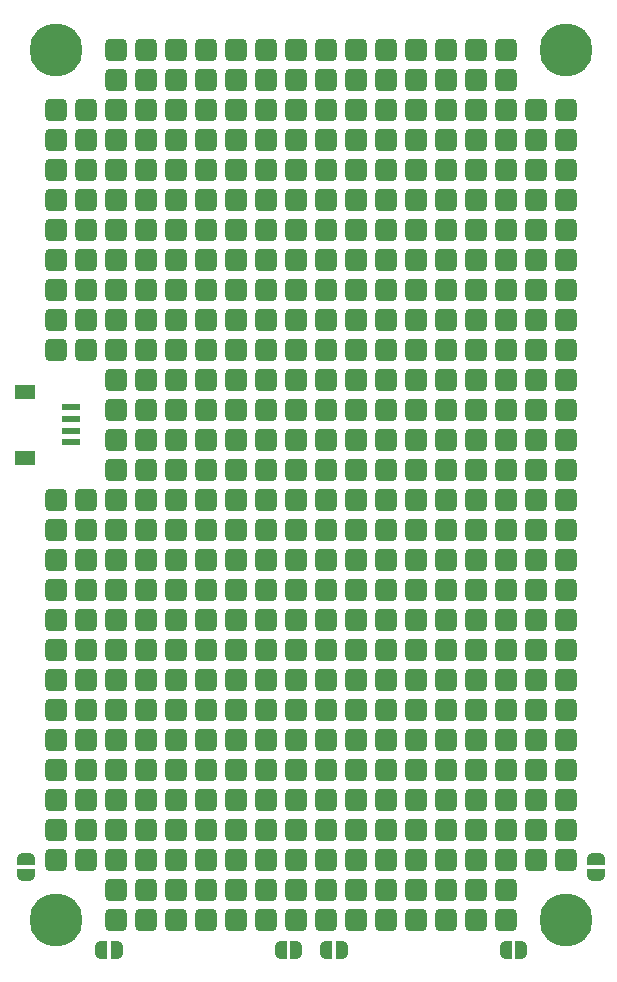
<source format=gbr>
%TF.GenerationSoftware,KiCad,Pcbnew,8.0.8*%
%TF.CreationDate,2025-08-24T09:26:37-04:00*%
%TF.ProjectId,project-protoboard,70726f6a-6563-4742-9d70-726f746f626f,rev?*%
%TF.SameCoordinates,Original*%
%TF.FileFunction,Soldermask,Top*%
%TF.FilePolarity,Negative*%
%FSLAX46Y46*%
G04 Gerber Fmt 4.6, Leading zero omitted, Abs format (unit mm)*
G04 Created by KiCad (PCBNEW 8.0.8) date 2025-08-24 09:26:37*
%MOMM*%
%LPD*%
G01*
G04 APERTURE LIST*
G04 Aperture macros list*
%AMRoundRect*
0 Rectangle with rounded corners*
0 $1 Rounding radius*
0 $2 $3 $4 $5 $6 $7 $8 $9 X,Y pos of 4 corners*
0 Add a 4 corners polygon primitive as box body*
4,1,4,$2,$3,$4,$5,$6,$7,$8,$9,$2,$3,0*
0 Add four circle primitives for the rounded corners*
1,1,$1+$1,$2,$3*
1,1,$1+$1,$4,$5*
1,1,$1+$1,$6,$7*
1,1,$1+$1,$8,$9*
0 Add four rect primitives between the rounded corners*
20,1,$1+$1,$2,$3,$4,$5,0*
20,1,$1+$1,$4,$5,$6,$7,0*
20,1,$1+$1,$6,$7,$8,$9,0*
20,1,$1+$1,$8,$9,$2,$3,0*%
%AMFreePoly0*
4,1,19,0.500000,-0.750000,0.000000,-0.750000,0.000000,-0.744911,-0.071157,-0.744911,-0.207708,-0.704816,-0.327430,-0.627875,-0.420627,-0.520320,-0.479746,-0.390866,-0.500000,-0.250000,-0.500000,0.250000,-0.479746,0.390866,-0.420627,0.520320,-0.327430,0.627875,-0.207708,0.704816,-0.071157,0.744911,0.000000,0.744911,0.000000,0.750000,0.500000,0.750000,0.500000,-0.750000,0.500000,-0.750000,
$1*%
%AMFreePoly1*
4,1,19,0.000000,0.744911,0.071157,0.744911,0.207708,0.704816,0.327430,0.627875,0.420627,0.520320,0.479746,0.390866,0.500000,0.250000,0.500000,-0.250000,0.479746,-0.390866,0.420627,-0.520320,0.327430,-0.627875,0.207708,-0.704816,0.071157,-0.744911,0.000000,-0.744911,0.000000,-0.750000,-0.500000,-0.750000,-0.500000,0.750000,0.000000,0.750000,0.000000,0.744911,0.000000,0.744911,
$1*%
G04 Aperture macros list end*
%ADD10RoundRect,0.475000X-0.475000X0.475000X-0.475000X-0.475000X0.475000X-0.475000X0.475000X0.475000X0*%
%ADD11RoundRect,0.475000X-0.475000X-0.475000X0.475000X-0.475000X0.475000X0.475000X-0.475000X0.475000X0*%
%ADD12RoundRect,0.475000X0.475000X0.475000X-0.475000X0.475000X-0.475000X-0.475000X0.475000X-0.475000X0*%
%ADD13FreePoly0,180.000000*%
%ADD14FreePoly1,180.000000*%
%ADD15C,4.500000*%
%ADD16R,1.550000X0.600000*%
%ADD17R,1.800000X1.200000*%
%ADD18FreePoly0,0.000000*%
%ADD19FreePoly1,0.000000*%
%ADD20FreePoly0,90.000000*%
%ADD21FreePoly1,90.000000*%
G04 APERTURE END LIST*
D10*
%TO.C,J9*%
X81280000Y-27940000D03*
X83820000Y-27940000D03*
X86360000Y-27940000D03*
X88900000Y-27940000D03*
X91440000Y-27940000D03*
X93980000Y-27940000D03*
%TD*%
D11*
%TO.C,J37*%
X96520000Y-96520000D03*
X96520000Y-93980000D03*
X96520000Y-91440000D03*
X96520000Y-88900000D03*
X96520000Y-86360000D03*
X96520000Y-83820000D03*
X96520000Y-81280000D03*
X96520000Y-78740000D03*
X96520000Y-76200000D03*
X96520000Y-73660000D03*
X96520000Y-71120000D03*
X96520000Y-68580000D03*
X96520000Y-66040000D03*
X96520000Y-63500000D03*
X96520000Y-60960000D03*
X96520000Y-58420000D03*
X96520000Y-55880000D03*
X96520000Y-53340000D03*
X96520000Y-50800000D03*
X96520000Y-48260000D03*
X96520000Y-45720000D03*
X96520000Y-43180000D03*
X96520000Y-40640000D03*
X96520000Y-38100000D03*
X96520000Y-35560000D03*
X96520000Y-33020000D03*
X96520000Y-30480000D03*
X96520000Y-27940000D03*
X96520000Y-25400000D03*
X96520000Y-22860000D03*
%TD*%
D12*
%TO.C,J70*%
X116840000Y-27940000D03*
X116840000Y-30480000D03*
X116840000Y-33020000D03*
X116840000Y-35560000D03*
X116840000Y-38100000D03*
X116840000Y-40640000D03*
X116840000Y-43180000D03*
X116840000Y-45720000D03*
X116840000Y-48260000D03*
X116840000Y-50800000D03*
X116840000Y-53340000D03*
X116840000Y-55880000D03*
X116840000Y-58420000D03*
X116840000Y-60960000D03*
X116840000Y-63500000D03*
X116840000Y-66040000D03*
X116840000Y-68580000D03*
X116840000Y-71120000D03*
X116840000Y-73660000D03*
X116840000Y-76200000D03*
X116840000Y-78740000D03*
X116840000Y-81280000D03*
X116840000Y-83820000D03*
X116840000Y-86360000D03*
X116840000Y-88900000D03*
X116840000Y-91440000D03*
%TD*%
D10*
%TO.C,J59*%
X101600000Y-73660000D03*
X104140000Y-73660000D03*
X106680000Y-73660000D03*
X109220000Y-73660000D03*
X111760000Y-73660000D03*
X114300000Y-73660000D03*
%TD*%
%TO.C,J24*%
X81280000Y-66040000D03*
X83820000Y-66040000D03*
X86360000Y-66040000D03*
X88900000Y-66040000D03*
X91440000Y-66040000D03*
X93980000Y-66040000D03*
%TD*%
D12*
%TO.C,J69*%
X119380000Y-27940000D03*
X119380000Y-30480000D03*
X119380000Y-33020000D03*
X119380000Y-35560000D03*
X119380000Y-38100000D03*
X119380000Y-40640000D03*
X119380000Y-43180000D03*
X119380000Y-45720000D03*
X119380000Y-48260000D03*
X119380000Y-50800000D03*
X119380000Y-53340000D03*
X119380000Y-55880000D03*
X119380000Y-58420000D03*
X119380000Y-60960000D03*
X119380000Y-63500000D03*
X119380000Y-66040000D03*
X119380000Y-68580000D03*
X119380000Y-71120000D03*
X119380000Y-73660000D03*
X119380000Y-76200000D03*
X119380000Y-78740000D03*
X119380000Y-81280000D03*
X119380000Y-83820000D03*
X119380000Y-86360000D03*
X119380000Y-88900000D03*
X119380000Y-91440000D03*
%TD*%
D13*
%TO.C,JP4*%
X100360000Y-99060000D03*
D14*
X99060000Y-99060000D03*
%TD*%
D10*
%TO.C,J44*%
X101600000Y-35560000D03*
X104140000Y-35560000D03*
X106680000Y-35560000D03*
X109220000Y-35560000D03*
X111760000Y-35560000D03*
X114300000Y-35560000D03*
%TD*%
%TO.C,J35*%
X81280000Y-93980000D03*
X83820000Y-93980000D03*
X86360000Y-93980000D03*
X88900000Y-93980000D03*
X91440000Y-93980000D03*
X93980000Y-93980000D03*
%TD*%
%TO.C,J17*%
X81280000Y-48260000D03*
X83820000Y-48260000D03*
X86360000Y-48260000D03*
X88900000Y-48260000D03*
X91440000Y-48260000D03*
X93980000Y-48260000D03*
%TD*%
D12*
%TO.C,J5*%
X76200000Y-27940000D03*
X76200000Y-30480000D03*
X76200000Y-33020000D03*
X76200000Y-35560000D03*
X76200000Y-38100000D03*
X76200000Y-40640000D03*
X76200000Y-43180000D03*
X76200000Y-45720000D03*
X76200000Y-48260000D03*
%TD*%
D10*
%TO.C,J30*%
X81280000Y-81280000D03*
X83820000Y-81280000D03*
X86360000Y-81280000D03*
X88900000Y-81280000D03*
X91440000Y-81280000D03*
X93980000Y-81280000D03*
%TD*%
D15*
%TO.C,H4*%
X119380000Y-96520000D03*
%TD*%
D10*
%TO.C,J66*%
X101600000Y-91440000D03*
X104140000Y-91440000D03*
X106680000Y-91440000D03*
X109220000Y-91440000D03*
X111760000Y-91440000D03*
X114300000Y-91440000D03*
%TD*%
%TO.C,J42*%
X101600000Y-30480000D03*
X104140000Y-30480000D03*
X106680000Y-30480000D03*
X109220000Y-30480000D03*
X111760000Y-30480000D03*
X114300000Y-30480000D03*
%TD*%
%TO.C,J55*%
X101600000Y-63500000D03*
X104140000Y-63500000D03*
X106680000Y-63500000D03*
X109220000Y-63500000D03*
X111760000Y-63500000D03*
X114300000Y-63500000D03*
%TD*%
%TO.C,J13*%
X81280000Y-38100000D03*
X83820000Y-38100000D03*
X86360000Y-38100000D03*
X88900000Y-38100000D03*
X91440000Y-38100000D03*
X93980000Y-38100000D03*
%TD*%
%TO.C,J36*%
X81280000Y-96520000D03*
X83820000Y-96520000D03*
X86360000Y-96520000D03*
X88900000Y-96520000D03*
X91440000Y-96520000D03*
X93980000Y-96520000D03*
%TD*%
%TO.C,J39*%
X101600000Y-22860000D03*
X104140000Y-22860000D03*
X106680000Y-22860000D03*
X109220000Y-22860000D03*
X111760000Y-22860000D03*
X114300000Y-22860000D03*
%TD*%
D16*
%TO.C,J1*%
X77438000Y-53110000D03*
X77438000Y-54110000D03*
X77438000Y-55110000D03*
X77438000Y-56110000D03*
D17*
X73563000Y-51810000D03*
X73563000Y-57410000D03*
%TD*%
D10*
%TO.C,J45*%
X101600000Y-38100000D03*
X104140000Y-38100000D03*
X106680000Y-38100000D03*
X109220000Y-38100000D03*
X111760000Y-38100000D03*
X114300000Y-38100000D03*
%TD*%
D12*
%TO.C,J3*%
X78740000Y-27940000D03*
X78740000Y-30480000D03*
X78740000Y-33020000D03*
X78740000Y-35560000D03*
X78740000Y-38100000D03*
X78740000Y-40640000D03*
X78740000Y-43180000D03*
X78740000Y-45720000D03*
X78740000Y-48260000D03*
%TD*%
D10*
%TO.C,J61*%
X101600000Y-78740000D03*
X104140000Y-78740000D03*
X106680000Y-78740000D03*
X109220000Y-78740000D03*
X111760000Y-78740000D03*
X114300000Y-78740000D03*
%TD*%
D15*
%TO.C,H2*%
X119380000Y-22860000D03*
%TD*%
D18*
%TO.C,JP6*%
X114270000Y-99060000D03*
D19*
X115570000Y-99060000D03*
%TD*%
D10*
%TO.C,J53*%
X101600000Y-58420000D03*
X104140000Y-58420000D03*
X106680000Y-58420000D03*
X109220000Y-58420000D03*
X111760000Y-58420000D03*
X114300000Y-58420000D03*
%TD*%
%TO.C,J8*%
X81280000Y-25400000D03*
X83820000Y-25400000D03*
X86360000Y-25400000D03*
X88900000Y-25400000D03*
X91440000Y-25400000D03*
X93980000Y-25400000D03*
%TD*%
D18*
%TO.C,JP3*%
X95220000Y-99060000D03*
D19*
X96520000Y-99060000D03*
%TD*%
D10*
%TO.C,J56*%
X101600000Y-66040000D03*
X104140000Y-66040000D03*
X106680000Y-66040000D03*
X109220000Y-66040000D03*
X111760000Y-66040000D03*
X114300000Y-66040000D03*
%TD*%
D11*
%TO.C,J38*%
X99060000Y-96520000D03*
X99060000Y-93980000D03*
X99060000Y-91440000D03*
X99060000Y-88900000D03*
X99060000Y-86360000D03*
X99060000Y-83820000D03*
X99060000Y-81280000D03*
X99060000Y-78740000D03*
X99060000Y-76200000D03*
X99060000Y-73660000D03*
X99060000Y-71120000D03*
X99060000Y-68580000D03*
X99060000Y-66040000D03*
X99060000Y-63500000D03*
X99060000Y-60960000D03*
X99060000Y-58420000D03*
X99060000Y-55880000D03*
X99060000Y-53340000D03*
X99060000Y-50800000D03*
X99060000Y-48260000D03*
X99060000Y-45720000D03*
X99060000Y-43180000D03*
X99060000Y-40640000D03*
X99060000Y-38100000D03*
X99060000Y-35560000D03*
X99060000Y-33020000D03*
X99060000Y-30480000D03*
X99060000Y-27940000D03*
X99060000Y-25400000D03*
X99060000Y-22860000D03*
%TD*%
D10*
%TO.C,J12*%
X81280000Y-35560000D03*
X83820000Y-35560000D03*
X86360000Y-35560000D03*
X88900000Y-35560000D03*
X91440000Y-35560000D03*
X93980000Y-35560000D03*
%TD*%
%TO.C,J15*%
X81280000Y-43180000D03*
X83820000Y-43180000D03*
X86360000Y-43180000D03*
X88900000Y-43180000D03*
X91440000Y-43180000D03*
X93980000Y-43180000D03*
%TD*%
%TO.C,J67*%
X101600000Y-93980000D03*
X104140000Y-93980000D03*
X106680000Y-93980000D03*
X109220000Y-93980000D03*
X111760000Y-93980000D03*
X114300000Y-93980000D03*
%TD*%
%TO.C,J28*%
X81280000Y-76200000D03*
X83820000Y-76200000D03*
X86360000Y-76200000D03*
X88900000Y-76200000D03*
X91440000Y-76200000D03*
X93980000Y-76200000D03*
%TD*%
%TO.C,J25*%
X81280000Y-68580000D03*
X83820000Y-68580000D03*
X86360000Y-68580000D03*
X88900000Y-68580000D03*
X91440000Y-68580000D03*
X93980000Y-68580000D03*
%TD*%
%TO.C,J41*%
X101600000Y-27940000D03*
X104140000Y-27940000D03*
X106680000Y-27940000D03*
X109220000Y-27940000D03*
X111760000Y-27940000D03*
X114300000Y-27940000D03*
%TD*%
%TO.C,J43*%
X101600000Y-33020000D03*
X104140000Y-33020000D03*
X106680000Y-33020000D03*
X109220000Y-33020000D03*
X111760000Y-33020000D03*
X114300000Y-33020000D03*
%TD*%
%TO.C,J47*%
X101600000Y-43180000D03*
X104140000Y-43180000D03*
X106680000Y-43180000D03*
X109220000Y-43180000D03*
X111760000Y-43180000D03*
X114300000Y-43180000D03*
%TD*%
%TO.C,J46*%
X101600000Y-40640000D03*
X104140000Y-40640000D03*
X106680000Y-40640000D03*
X109220000Y-40640000D03*
X111760000Y-40640000D03*
X114300000Y-40640000D03*
%TD*%
%TO.C,J11*%
X81280000Y-33020000D03*
X83820000Y-33020000D03*
X86360000Y-33020000D03*
X88900000Y-33020000D03*
X91440000Y-33020000D03*
X93980000Y-33020000D03*
%TD*%
%TO.C,J49*%
X101600000Y-48260000D03*
X104140000Y-48260000D03*
X106680000Y-48260000D03*
X109220000Y-48260000D03*
X111760000Y-48260000D03*
X114300000Y-48260000D03*
%TD*%
%TO.C,J57*%
X101600000Y-68580000D03*
X104140000Y-68580000D03*
X106680000Y-68580000D03*
X109220000Y-68580000D03*
X111760000Y-68580000D03*
X114300000Y-68580000D03*
%TD*%
D20*
%TO.C,JP5*%
X121920000Y-92710000D03*
D21*
X121920000Y-91410000D03*
%TD*%
D10*
%TO.C,J22*%
X81280000Y-60960000D03*
X83820000Y-60960000D03*
X86360000Y-60960000D03*
X88900000Y-60960000D03*
X91440000Y-60960000D03*
X93980000Y-60960000D03*
%TD*%
%TO.C,J31*%
X81280000Y-83820000D03*
X83820000Y-83820000D03*
X86360000Y-83820000D03*
X88900000Y-83820000D03*
X91440000Y-83820000D03*
X93980000Y-83820000D03*
%TD*%
%TO.C,J54*%
X101600000Y-60960000D03*
X104140000Y-60960000D03*
X106680000Y-60960000D03*
X109220000Y-60960000D03*
X111760000Y-60960000D03*
X114300000Y-60960000D03*
%TD*%
D12*
%TO.C,J2*%
X81280000Y-50800000D03*
X81280000Y-53340000D03*
X81280000Y-55880000D03*
X81280000Y-58420000D03*
%TD*%
D10*
%TO.C,J64*%
X101600000Y-86360000D03*
X104140000Y-86360000D03*
X106680000Y-86360000D03*
X109220000Y-86360000D03*
X111760000Y-86360000D03*
X114300000Y-86360000D03*
%TD*%
%TO.C,J29*%
X81280000Y-78740000D03*
X83820000Y-78740000D03*
X86360000Y-78740000D03*
X88900000Y-78740000D03*
X91440000Y-78740000D03*
X93980000Y-78740000D03*
%TD*%
D15*
%TO.C,H1*%
X76200000Y-22860000D03*
%TD*%
D10*
%TO.C,J14*%
X81280000Y-40640000D03*
X83820000Y-40640000D03*
X86360000Y-40640000D03*
X88900000Y-40640000D03*
X91440000Y-40640000D03*
X93980000Y-40640000D03*
%TD*%
%TO.C,J68*%
X101600000Y-96520000D03*
X104140000Y-96520000D03*
X106680000Y-96520000D03*
X109220000Y-96520000D03*
X111760000Y-96520000D03*
X114300000Y-96520000D03*
%TD*%
%TO.C,J18*%
X83820000Y-50800000D03*
X86360000Y-50800000D03*
X88900000Y-50800000D03*
X91440000Y-50800000D03*
X93980000Y-50800000D03*
%TD*%
D15*
%TO.C,H3*%
X76200000Y-96520000D03*
%TD*%
D10*
%TO.C,J34*%
X81280000Y-91440000D03*
X83820000Y-91440000D03*
X86360000Y-91440000D03*
X88900000Y-91440000D03*
X91440000Y-91440000D03*
X93980000Y-91440000D03*
%TD*%
%TO.C,J26*%
X81280000Y-71120000D03*
X83820000Y-71120000D03*
X86360000Y-71120000D03*
X88900000Y-71120000D03*
X91440000Y-71120000D03*
X93980000Y-71120000D03*
%TD*%
%TO.C,J33*%
X81280000Y-88900000D03*
X83820000Y-88900000D03*
X86360000Y-88900000D03*
X88900000Y-88900000D03*
X91440000Y-88900000D03*
X93980000Y-88900000D03*
%TD*%
%TO.C,J27*%
X81280000Y-73660000D03*
X83820000Y-73660000D03*
X86360000Y-73660000D03*
X88900000Y-73660000D03*
X91440000Y-73660000D03*
X93980000Y-73660000D03*
%TD*%
%TO.C,J16*%
X81280000Y-45720000D03*
X83820000Y-45720000D03*
X86360000Y-45720000D03*
X88900000Y-45720000D03*
X91440000Y-45720000D03*
X93980000Y-45720000D03*
%TD*%
%TO.C,J20*%
X83820000Y-55880000D03*
X86360000Y-55880000D03*
X88900000Y-55880000D03*
X91440000Y-55880000D03*
X93980000Y-55880000D03*
%TD*%
%TO.C,J48*%
X101600000Y-45720000D03*
X104140000Y-45720000D03*
X106680000Y-45720000D03*
X109220000Y-45720000D03*
X111760000Y-45720000D03*
X114300000Y-45720000D03*
%TD*%
%TO.C,J63*%
X101600000Y-83820000D03*
X104140000Y-83820000D03*
X106680000Y-83820000D03*
X109220000Y-83820000D03*
X111760000Y-83820000D03*
X114300000Y-83820000D03*
%TD*%
%TO.C,J62*%
X101600000Y-81280000D03*
X104140000Y-81280000D03*
X106680000Y-81280000D03*
X109220000Y-81280000D03*
X111760000Y-81280000D03*
X114300000Y-81280000D03*
%TD*%
%TO.C,J58*%
X101600000Y-71120000D03*
X104140000Y-71120000D03*
X106680000Y-71120000D03*
X109220000Y-71120000D03*
X111760000Y-71120000D03*
X114300000Y-71120000D03*
%TD*%
D13*
%TO.C,JP1*%
X81310000Y-99060000D03*
D14*
X80010000Y-99060000D03*
%TD*%
D10*
%TO.C,J32*%
X81280000Y-86360000D03*
X83820000Y-86360000D03*
X86360000Y-86360000D03*
X88900000Y-86360000D03*
X91440000Y-86360000D03*
X93980000Y-86360000D03*
%TD*%
%TO.C,J10*%
X81280000Y-30480000D03*
X83820000Y-30480000D03*
X86360000Y-30480000D03*
X88900000Y-30480000D03*
X91440000Y-30480000D03*
X93980000Y-30480000D03*
%TD*%
D12*
%TO.C,J4*%
X78740000Y-60960000D03*
X78740000Y-63500000D03*
X78740000Y-66040000D03*
X78740000Y-68580000D03*
X78740000Y-71120000D03*
X78740000Y-73660000D03*
X78740000Y-76200000D03*
X78740000Y-78740000D03*
X78740000Y-81280000D03*
X78740000Y-83820000D03*
X78740000Y-86360000D03*
X78740000Y-88900000D03*
X78740000Y-91440000D03*
%TD*%
D10*
%TO.C,J51*%
X101600000Y-53340000D03*
X104140000Y-53340000D03*
X106680000Y-53340000D03*
X109220000Y-53340000D03*
X111760000Y-53340000D03*
X114300000Y-53340000D03*
%TD*%
%TO.C,J7*%
X81280000Y-22860000D03*
X83820000Y-22860000D03*
X86360000Y-22860000D03*
X88900000Y-22860000D03*
X91440000Y-22860000D03*
X93980000Y-22860000D03*
%TD*%
%TO.C,J40*%
X101600000Y-25400000D03*
X104140000Y-25400000D03*
X106680000Y-25400000D03*
X109220000Y-25400000D03*
X111760000Y-25400000D03*
X114300000Y-25400000D03*
%TD*%
%TO.C,J21*%
X83820000Y-58420000D03*
X86360000Y-58420000D03*
X88900000Y-58420000D03*
X91440000Y-58420000D03*
X93980000Y-58420000D03*
%TD*%
%TO.C,J23*%
X81280000Y-63500000D03*
X83820000Y-63500000D03*
X86360000Y-63500000D03*
X88900000Y-63500000D03*
X91440000Y-63500000D03*
X93980000Y-63500000D03*
%TD*%
%TO.C,J52*%
X101600000Y-55880000D03*
X104140000Y-55880000D03*
X106680000Y-55880000D03*
X109220000Y-55880000D03*
X111760000Y-55880000D03*
X114300000Y-55880000D03*
%TD*%
%TO.C,J50*%
X101600000Y-50800000D03*
X104140000Y-50800000D03*
X106680000Y-50800000D03*
X109220000Y-50800000D03*
X111760000Y-50800000D03*
X114300000Y-50800000D03*
%TD*%
%TO.C,J65*%
X101600000Y-88900000D03*
X104140000Y-88900000D03*
X106680000Y-88900000D03*
X109220000Y-88900000D03*
X111760000Y-88900000D03*
X114300000Y-88900000D03*
%TD*%
D12*
%TO.C,J6*%
X76200000Y-60960000D03*
X76200000Y-63500000D03*
X76200000Y-66040000D03*
X76200000Y-68580000D03*
X76200000Y-71120000D03*
X76200000Y-73660000D03*
X76200000Y-76200000D03*
X76200000Y-78740000D03*
X76200000Y-81280000D03*
X76200000Y-83820000D03*
X76200000Y-86360000D03*
X76200000Y-88900000D03*
X76200000Y-91440000D03*
%TD*%
D10*
%TO.C,J19*%
X83820000Y-53340000D03*
X86360000Y-53340000D03*
X88900000Y-53340000D03*
X91440000Y-53340000D03*
X93980000Y-53340000D03*
%TD*%
%TO.C,J60*%
X101600000Y-76200000D03*
X104140000Y-76200000D03*
X106680000Y-76200000D03*
X109220000Y-76200000D03*
X111760000Y-76200000D03*
X114300000Y-76200000D03*
%TD*%
D20*
%TO.C,JP2*%
X73660000Y-92710000D03*
D21*
X73660000Y-91410000D03*
%TD*%
M02*

</source>
